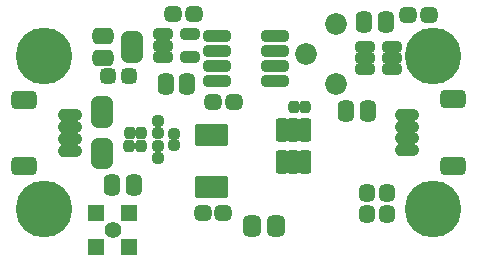
<source format=gbr>
%TF.GenerationSoftware,KiCad,Pcbnew,(6.0.4-0)*%
%TF.CreationDate,2022-11-03T14:14:05-06:00*%
%TF.ProjectId,howland,686f776c-616e-4642-9e6b-696361645f70,rev?*%
%TF.SameCoordinates,Original*%
%TF.FileFunction,Soldermask,Top*%
%TF.FilePolarity,Negative*%
%FSLAX46Y46*%
G04 Gerber Fmt 4.6, Leading zero omitted, Abs format (unit mm)*
G04 Created by KiCad (PCBNEW (6.0.4-0)) date 2022-11-03 14:14:05*
%MOMM*%
%LPD*%
G01*
G04 APERTURE LIST*
G04 Aperture macros list*
%AMRoundRect*
0 Rectangle with rounded corners*
0 $1 Rounding radius*
0 $2 $3 $4 $5 $6 $7 $8 $9 X,Y pos of 4 corners*
0 Add a 4 corners polygon primitive as box body*
4,1,4,$2,$3,$4,$5,$6,$7,$8,$9,$2,$3,0*
0 Add four circle primitives for the rounded corners*
1,1,$1+$1,$2,$3*
1,1,$1+$1,$4,$5*
1,1,$1+$1,$6,$7*
1,1,$1+$1,$8,$9*
0 Add four rect primitives between the rounded corners*
20,1,$1+$1,$2,$3,$4,$5,0*
20,1,$1+$1,$4,$5,$6,$7,0*
20,1,$1+$1,$6,$7,$8,$9,0*
20,1,$1+$1,$8,$9,$2,$3,0*%
%AMFreePoly0*
4,1,41,0.586777,0.930194,0.656366,0.874698,0.694986,0.794504,0.700000,0.750000,0.700000,-0.750000,0.680194,-0.836777,0.624698,-0.906366,0.544504,-0.944986,0.500000,-0.950000,0.000000,-0.950000,-0.023504,-0.944635,-0.083606,-0.943534,-0.139582,-0.934468,-0.274897,-0.892193,-0.326080,-0.867780,-0.444090,-0.789225,-0.486362,-0.751429,-0.577582,-0.642910,-0.607548,-0.594768,-0.664643,-0.465009,
-0.679893,-0.410393,-0.697476,-0.275933,-0.697084,-0.275882,-0.700000,-0.250000,-0.700000,0.250000,-0.697921,0.259109,-0.697582,0.286880,-0.675771,0.426957,-0.659192,0.481183,-0.598944,0.609508,-0.567811,0.656904,-0.473967,0.763162,-0.430783,0.799915,-0.310888,0.875563,-0.259125,0.898717,-0.122818,0.937674,-0.066635,0.945370,-0.042411,0.945222,0.000000,0.950000,0.500000,0.950000,
0.586777,0.930194,0.586777,0.930194,$1*%
%AMFreePoly1*
4,1,41,0.022678,0.944824,0.075125,0.944504,0.131210,0.936123,0.267031,0.895504,0.318507,0.871718,0.437469,0.794611,0.480202,0.757333,0.572740,0.649936,0.603290,0.602165,0.661967,0.473113,0.677883,0.418686,0.697980,0.278353,0.700000,0.250000,0.700000,-0.250000,0.699985,-0.252439,0.699836,-0.264655,0.697079,-0.295398,0.673559,-0.435199,0.656318,-0.489221,0.594506,-0.616800,
0.562797,-0.663810,0.467662,-0.768914,0.424032,-0.805137,0.303222,-0.879314,0.251181,-0.901834,0.114408,-0.939123,0.058135,-0.946132,0.037663,-0.945757,0.000000,-0.950000,-0.500000,-0.950000,-0.586777,-0.930194,-0.656366,-0.874698,-0.694986,-0.794504,-0.700000,-0.750000,-0.700000,0.750000,-0.680194,0.836777,-0.624698,0.906366,-0.544504,0.944986,-0.500000,0.950000,0.000000,0.950000,
0.022678,0.944824,0.022678,0.944824,$1*%
G04 Aperture macros list end*
%ADD10C,1.100000*%
%ADD11C,4.800000*%
%ADD12RoundRect,0.347500X0.147500X0.172500X-0.147500X0.172500X-0.147500X-0.172500X0.147500X-0.172500X0*%
%ADD13RoundRect,0.450000X0.325000X0.450000X-0.325000X0.450000X-0.325000X-0.450000X0.325000X-0.450000X0*%
%ADD14RoundRect,0.347500X-0.172500X0.147500X-0.172500X-0.147500X0.172500X-0.147500X0.172500X0.147500X0*%
%ADD15RoundRect,0.347500X-0.147500X-0.172500X0.147500X-0.172500X0.147500X0.172500X-0.147500X0.172500X0*%
%ADD16RoundRect,0.350000X-0.625000X0.150000X-0.625000X-0.150000X0.625000X-0.150000X0.625000X0.150000X0*%
%ADD17RoundRect,0.450000X-0.650000X0.350000X-0.650000X-0.350000X0.650000X-0.350000X0.650000X0.350000X0*%
%ADD18FreePoly0,270.000000*%
%ADD19FreePoly1,270.000000*%
%ADD20RoundRect,0.437500X0.237500X-0.287500X0.237500X0.287500X-0.237500X0.287500X-0.237500X-0.287500X0*%
%ADD21RoundRect,0.350000X0.625000X-0.150000X0.625000X0.150000X-0.625000X0.150000X-0.625000X-0.150000X0*%
%ADD22RoundRect,0.450000X0.650000X-0.350000X0.650000X0.350000X-0.650000X0.350000X-0.650000X-0.350000X0*%
%ADD23RoundRect,0.200000X0.225000X0.725000X-0.225000X0.725000X-0.225000X-0.725000X0.225000X-0.725000X0*%
%ADD24RoundRect,0.350000X-0.512500X-0.150000X0.512500X-0.150000X0.512500X0.150000X-0.512500X0.150000X0*%
%ADD25C,1.400000*%
%ADD26RoundRect,0.200000X-0.500000X0.500000X-0.500000X-0.500000X0.500000X-0.500000X0.500000X0.500000X0*%
%ADD27RoundRect,0.200000X0.325000X-0.780000X0.325000X0.780000X-0.325000X0.780000X-0.325000X-0.780000X0*%
%ADD28RoundRect,0.437500X0.250000X0.237500X-0.250000X0.237500X-0.250000X-0.237500X0.250000X-0.237500X0*%
%ADD29RoundRect,0.450000X-0.262500X-0.450000X0.262500X-0.450000X0.262500X0.450000X-0.262500X0.450000X0*%
%ADD30C,1.840000*%
%ADD31RoundRect,0.350000X0.825000X0.150000X-0.825000X0.150000X-0.825000X-0.150000X0.825000X-0.150000X0*%
%ADD32RoundRect,0.437500X-0.300000X-0.237500X0.300000X-0.237500X0.300000X0.237500X-0.300000X0.237500X0*%
%ADD33RoundRect,0.450000X0.262500X0.450000X-0.262500X0.450000X-0.262500X-0.450000X0.262500X-0.450000X0*%
%ADD34RoundRect,0.450000X-0.450000X0.262500X-0.450000X-0.262500X0.450000X-0.262500X0.450000X0.262500X0*%
%ADD35RoundRect,0.437500X0.300000X0.237500X-0.300000X0.237500X-0.300000X-0.237500X0.300000X-0.237500X0*%
%ADD36FreePoly0,90.000000*%
%ADD37FreePoly1,90.000000*%
%ADD38RoundRect,0.350000X0.512500X0.150000X-0.512500X0.150000X-0.512500X-0.150000X0.512500X-0.150000X0*%
G04 APERTURE END LIST*
D10*
%TO.C,MH1*%
X101350000Y-84000000D03*
X103000000Y-82350000D03*
X104166726Y-85166726D03*
X104166726Y-82833274D03*
D11*
X103000000Y-84000000D03*
D10*
X104650000Y-84000000D03*
X101833274Y-82833274D03*
X101833274Y-85166726D03*
X103000000Y-85650000D03*
%TD*%
D11*
%TO.C,MH2*%
X136000000Y-84000000D03*
D10*
X137166726Y-82833274D03*
X134350000Y-84000000D03*
X137650000Y-84000000D03*
X137166726Y-85166726D03*
X136000000Y-82350000D03*
X136000000Y-85650000D03*
X134833274Y-85166726D03*
X134833274Y-82833274D03*
%TD*%
%TO.C,MH3*%
X101833274Y-98166726D03*
D11*
X103000000Y-97000000D03*
D10*
X104166726Y-98166726D03*
X101833274Y-95833274D03*
X104166726Y-95833274D03*
X103000000Y-95350000D03*
X104650000Y-97000000D03*
X101350000Y-97000000D03*
X103000000Y-98650000D03*
%TD*%
D11*
%TO.C,MH4*%
X136000000Y-97000000D03*
D10*
X134833274Y-95833274D03*
X134350000Y-97000000D03*
X137650000Y-97000000D03*
X136000000Y-95350000D03*
X137166726Y-98166726D03*
X137166726Y-95833274D03*
X134833274Y-98166726D03*
X136000000Y-98650000D03*
%TD*%
D12*
%TO.C,R3*%
X111250000Y-90550000D03*
X110280000Y-90550000D03*
%TD*%
%TO.C,R4*%
X111235000Y-91650000D03*
X110265000Y-91650000D03*
%TD*%
D13*
%TO.C,L1*%
X122660000Y-98450000D03*
X120610000Y-98450000D03*
%TD*%
D14*
%TO.C,C1*%
X112650000Y-89565000D03*
X112650000Y-90535000D03*
%TD*%
%TO.C,C2*%
X112650000Y-91650000D03*
X112650000Y-92620000D03*
%TD*%
%TO.C,C3*%
X114050000Y-90590000D03*
X114050000Y-91560000D03*
%TD*%
D15*
%TO.C,C4*%
X124165000Y-88350000D03*
X125135000Y-88350000D03*
%TD*%
D16*
%TO.C,J1*%
X105250000Y-89050000D03*
X105250000Y-90050000D03*
X105250000Y-91050000D03*
X105250000Y-92050000D03*
D17*
X101375000Y-93350000D03*
X101375000Y-87750000D03*
%TD*%
D18*
%TO.C,JP1*%
X107950000Y-88100000D03*
D19*
X107950000Y-89400000D03*
%TD*%
D18*
%TO.C,JP2*%
X107950000Y-91600000D03*
D19*
X107950000Y-92900000D03*
%TD*%
D20*
%TO.C,R1*%
X132050000Y-97375000D03*
X132050000Y-95625000D03*
%TD*%
%TO.C,R2*%
X130400000Y-97375000D03*
X130400000Y-95625000D03*
%TD*%
D21*
%TO.C,J2*%
X133750000Y-92000000D03*
X133750000Y-91000000D03*
X133750000Y-90000000D03*
X133750000Y-89000000D03*
D22*
X137625000Y-87700000D03*
X137625000Y-93300000D03*
%TD*%
D23*
%TO.C,U2*%
X118225000Y-90750000D03*
X117575000Y-90750000D03*
X116925000Y-90750000D03*
X116275000Y-90750000D03*
X116275000Y-95150000D03*
X116925000Y-95150000D03*
X117575000Y-95150000D03*
X118225000Y-95150000D03*
%TD*%
D24*
%TO.C,U5*%
X113112500Y-82200000D03*
X113112500Y-83150000D03*
X113112500Y-84100000D03*
X115387500Y-84100000D03*
X115387500Y-82200000D03*
%TD*%
D25*
%TO.C,J3*%
X108850000Y-98750000D03*
D26*
X110250000Y-97350000D03*
X107450000Y-100150000D03*
X107450000Y-97350000D03*
X110250000Y-100150000D03*
%TD*%
D27*
%TO.C,U1*%
X123200000Y-93000000D03*
X124150000Y-93000000D03*
X125100000Y-93000000D03*
X125100000Y-90300000D03*
X124150000Y-90300000D03*
X123200000Y-90300000D03*
%TD*%
D28*
%TO.C,R11*%
X110262500Y-85750000D03*
X108437500Y-85750000D03*
%TD*%
D29*
%TO.C,R6*%
X130137500Y-81150000D03*
X131962500Y-81150000D03*
%TD*%
D30*
%TO.C,RV1*%
X127750000Y-86350000D03*
X125210000Y-83810000D03*
X127750000Y-81270000D03*
%TD*%
D31*
%TO.C,U4*%
X122625000Y-86155000D03*
X122625000Y-84885000D03*
X122625000Y-83615000D03*
X122625000Y-82345000D03*
X117675000Y-82345000D03*
X117675000Y-83615000D03*
X117675000Y-84885000D03*
X117675000Y-86155000D03*
%TD*%
D32*
%TO.C,C7*%
X117387500Y-87950000D03*
X119112500Y-87950000D03*
%TD*%
D33*
%TO.C,R10*%
X110662500Y-94950000D03*
X108837500Y-94950000D03*
%TD*%
D34*
%TO.C,R9*%
X108050000Y-82337500D03*
X108050000Y-84162500D03*
%TD*%
D33*
%TO.C,R5*%
X130462500Y-88650000D03*
X128637500Y-88650000D03*
%TD*%
%TO.C,R7*%
X115162500Y-86350000D03*
X113337500Y-86350000D03*
%TD*%
D35*
%TO.C,C5*%
X118212500Y-97350000D03*
X116487500Y-97350000D03*
%TD*%
D36*
%TO.C,JP3*%
X110450000Y-83900000D03*
D37*
X110450000Y-82600000D03*
%TD*%
D32*
%TO.C,C8*%
X113987500Y-80450000D03*
X115712500Y-80450000D03*
%TD*%
D38*
%TO.C,U3*%
X132487500Y-85137500D03*
X132487500Y-84187500D03*
X132487500Y-83237500D03*
X130212500Y-83237500D03*
X130212500Y-84187500D03*
X130212500Y-85137500D03*
%TD*%
D35*
%TO.C,C6*%
X135612500Y-80550000D03*
X133887500Y-80550000D03*
%TD*%
M02*

</source>
